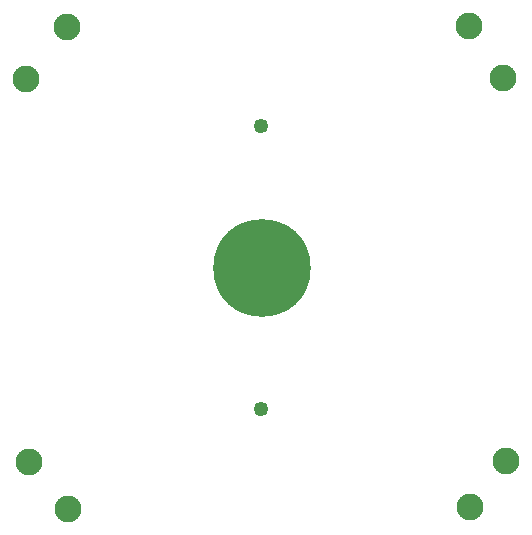
<source format=gts>
G04 MADE WITH FRITZING*
G04 WWW.FRITZING.ORG*
G04 DOUBLE SIDED*
G04 HOLES PLATED*
G04 CONTOUR ON CENTER OF CONTOUR VECTOR*
%ASAXBY*%
%FSLAX23Y23*%
%MOIN*%
%OFA0B0*%
%SFA1.0B1.0*%
%ADD10C,0.324960*%
%ADD11C,0.089370*%
%ADD12C,0.049370*%
%LNMASK1*%
G90*
G70*
G54D10*
X880Y890D03*
G54D11*
X1693Y245D03*
X1684Y1522D03*
X1571Y1697D03*
G54D12*
X877Y1362D03*
X877Y418D03*
G54D11*
X104Y243D03*
X94Y1519D03*
X232Y1692D03*
X234Y86D03*
X1573Y91D03*
G04 End of Mask1*
M02*
</source>
